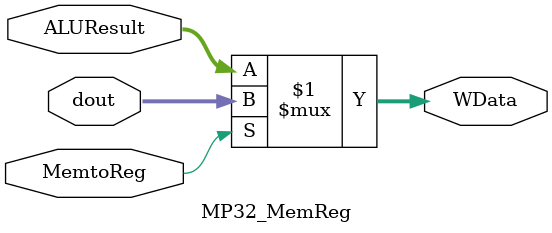
<source format=v>
`timescale 1ns / 1ps
module MP32_MemReg(
    input MemtoReg,
    input [31:0]dout,
    input [31:0]ALUResult,
    output [31:0]WData
    );
	 assign WData = (MemtoReg) ?  dout : ALUResult;


endmodule

</source>
